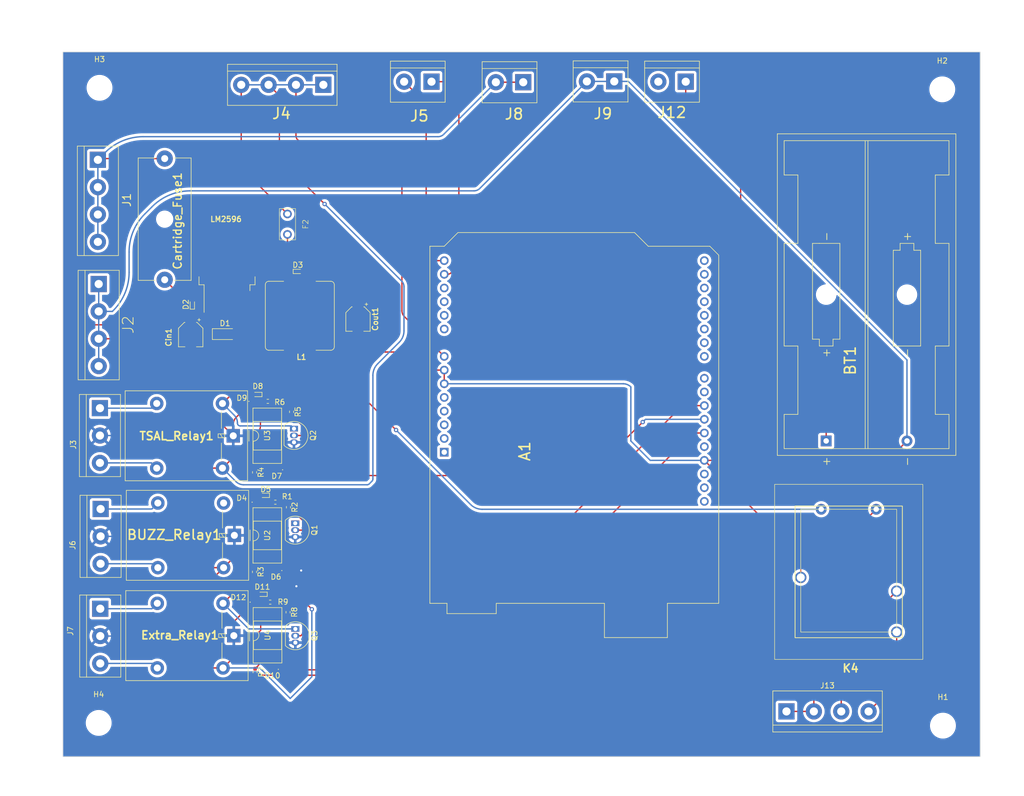
<source format=kicad_pcb>
(kicad_pcb (version 20221018) (generator pcbnew)
  (layers (0 "F.Cu" signal) (31 "B.Cu" signal) (34 "B.Paste" user) (35 "F.Paste" user) (36 "B.SilkS" user "B.Silkscreen") (37 "F.SilkS" user "F.Silkscreen") (38 "B.Mask" user) (39 "F.Mask" user) (44 "Edge.Cuts" user))
  (net 0 "")
  (net 6 "Net-(A1-VIN)")
  (net 11 "Net-(J5-Pin_1)")
  (net 12 "Net-(J5-Pin_2)")
  (net 23 "Net-(A1-D10)")
  (net 24 "Net-(A1-D11)")
  (net 25 "Net-(A1-D12)")
  (net 30 "Net-(D2-K)")
  (net 31 "Net-(D3-A)")
  (net 32 "Net-(D1-K)")
  (net 33 "Net-(D2-A)")
  (net 34 "Net-(D3-K)")
  (net 35 "Net-(D4-A)")
  (net 36 "Net-(D6-A)")
  (net 37 "Net-(D7-A)")
  (net 38 "Net-(D8-A)")
  (net 39 "Net-(D9-A)")
  (net 40 "Net-(D10-A)")
  (net 41 "Net-(D11-A)")
  (net 42 "Net-(D12-A)")
  (net 43 "Net-(J1-Pin_1)")
  (net 44 "Net-(J3-Pin_1)")
  (net 45 "GND")
  (net 46 "Net-(J3-Pin_3)")
  (net 47 "Net-(J6-Pin_1)")
  (net 48 "Net-(J6-Pin_3)")
  (net 49 "Net-(J7-Pin_1)")
  (net 50 "Net-(J7-Pin_3)")
  (net 51 "Net-(Q1-B)")
  (net 52 "Net-(Q2-B)")
  (net 53 "Net-(R2-Pad1)")
  (net 54 "Net-(R3-Pad1)")
  (net 55 "Net-(R4-Pad1)")
  (net 56 "Net-(R5-Pad1)")
  (net 57 "Net-(R7-Pad1)")
  (net 58 "Net-(R8-Pad1)")
  (net 59 "Net-(BT1--)")
  (net 60 "Net-(Q3-B)")
  (net 61 "Net-(BT1-+)")
  (net 62 "Net-(J13-Pin_1)")
  (net 63 "Net-(J13-Pin_3)")
  (net 64 "Net-(D5-A)")
  (net 65 "Net-(J13-Pin_4)")
  (footprint "Diode_SMD:D_SOD-923" (layer "F.Cu") (at 303.7389 303.8785 180)
    (fp_text reference "D11")
    (fp_text value "1N4007")
  )
  (footprint "LED_SMD:LED_0402_1005Metric" (layer "F.Cu") (at 302.2839 268.0576)
    (fp_text reference "D9")
    (fp_text value "LED")
  )
  (footprint "Package_DIP:DIP-4_W7.62mm_SMDSocket_SmallPads" (layer "F.Cu") (at 304.6091 274.4462 90)
    (fp_text reference "U3")
    (fp_text value "EL817")
  )
  (footprint "Fuse:Fuseholder_Cylinder-5x20mm_Schurter_0031_8201_Horizontal_Open" (layer "F.Cu") (at 285.5722 222.988 -90)
    (fp_text reference "Cartridge_Fuse1")
    (fp_text value "Fuse")
  )
  (footprint "MountingHole:MountingHole_4.3mm_M4" (layer "F.Cu") (at 273.4818 209.8548)
    (fp_text reference "H3")
    (fp_text value "MountingHole")
  )
  (footprint "Resistor_SMD:R_0402_1005Metric_Pad0.72x0.64mm_HandSolder" (layer "F.Cu") (at 306.1033 286.7782 180)
    (fp_text reference "R1")
    (fp_text value "R")
  )
  (footprint "Relay_THT:Relay_SPDT_Omron-G5LE-1" (layer "F.Cu") (at 298.3992 311.5564 -90)
    (fp_text reference "Extra_Relay1")
    (fp_text value "G5LE-1")
  )
  (footprint "Package_DIP:DIP-4_W7.62mm_SMDSocket_SmallPads" (layer "F.Cu") (at 304.6196 292.9504 90)
    (fp_text reference "U2")
    (fp_text value "EL817")
  )
  (footprint "Power_relay2:LM91CS12VDC" (layer "F.Cu") (at 402.536 287.496)
    (fp_text reference "K4")
    (fp_text value "Relay_SPDT")
  )
  (footprint "TerminalBlock:TerminalBlock_bornier-4_P5.08mm" (layer "F.Cu") (at 315.0108 209.296 180)
    (fp_text reference "J4")
    (fp_text value "5V")
  )
  (footprint "MountingHole:MountingHole_4.3mm_M4" (layer "F.Cu") (at 429.8442 210.1342)
    (fp_text reference "H2")
    (fp_text value "MountingHole")
  )
  (footprint "TerminalBlock:TerminalBlock_bornier-2_P5.08mm" (layer "F.Cu") (at 368.9858 208.661 180)
    (fp_text reference "J9")
    (fp_text value "GND")
  )
  (footprint "Package_TO_SOT_THT:TO-92_Inline" (layer "F.Cu") (at 309.8176 310.3112 -90)
    (fp_text reference "Q3")
    (fp_text value "BC547")
  )
  (footprint "Resistor_SMD:R_0402_1005Metric_Pad0.72x0.64mm_HandSolder" (layer "F.Cu") (at 305.1489 305.339 180)
    (fp_text reference "R9")
    (fp_text value "R")
  )
  (footprint "TerminalBlock:TerminalBlock_bornier-4_P5.08mm" (layer "F.Cu") (at 400.939 325.628)
    (fp_text reference "J13")
    (fp_text value "Screw_Terminal_01x04")
  )
  (footprint "TerminalBlock:TerminalBlock_bornier-3_P5.08mm" (layer "F.Cu") (at 273.6154 306.5582 -90)
    (fp_text reference "J7")
    (fp_text value "Screw_Terminal_01x03")
  )
  (footprint "Module:Arduino_UNO_R3" (layer "F.Cu") (at 337.439 277.495 90)
    (fp_text reference "A1")
    (fp_text value "Arduino_UNO_R3")
  )
  (footprint "LED_SMD:LED_0402_1005Metric" (layer "F.Cu") (at 302.5182 305.339)
    (fp_text reference "D12")
    (fp_text value "LED")
  )
  (footprint "Capacitor_SMD:CP_Elec_4x4.5" (layer "F.Cu") (at 290.3982 255.6744 -90)
    (fp_text reference "Cin1")
    (fp_text value "C_Polarized")
  )
  (footprint "Resistor_SMD:R_0402_1005Metric_Pad0.72x0.64mm_HandSolder" (layer "F.Cu") (at 302.3428 318.3063 -90)
    (fp_text reference "R7")
    (fp_text value "R")
  )
  (footprint "PTCLIB:PTC FUSE" (layer "F.Cu") (at 306.8512 238.0702 90)
    (fp_text reference "F2")
    (fp_text value "PTC")
  )
  (footprint "Battery:BatteryHolder_Keystone_2462_2xAA" (layer "F.Cu") (at 408.305 275.4122 90)
    (fp_text reference "BT1")
    (fp_text value "Battery")
  )
  (footprint "Package_DIP:DIP-4_W7.62mm_SMDSocket_SmallPads" (layer "F.Cu") (at 304.6542 311.4858 90)
    (fp_text reference "U4")
    (fp_text value "EL817")
  )
  (footprint "Inductor_SMD:L_Bourns_SRR1260" (layer "F.Cu") (at 310.642 252.1712 90)
    (fp_text reference "L1")
    (fp_text value "L")
  )
  (footprint "Resistor_SMD:R_0402_1005Metric_Pad0.72x0.64mm_HandSolder" (layer "F.Cu") (at 302.232 299.7201 -90)
    (fp_text reference "R3")
    (fp_text value "R")
  )
  (footprint "LED_SMD:LED_0402_1005Metric" (layer "F.Cu") (at 302.8908 286.7782)
    (fp_text reference "D4")
    (fp_text value "LED")
  )
  (footprint "Package_TO_SOT_SMD:TO-263-5_TabPin3" (layer "F.Cu") (at 297.1356 241.5942 90)
    (fp_text reference "LM2596")
    (fp_text value "LM2596S-5")
  )
  (footprint "Diode_SMD:D_SMF" (layer "F.Cu") (at 296.7714 255.5762)
    (fp_text reference "D1")
    (fp_text value "D_Schottky")
  )
  (footprint "Relay_THT:Relay_SPDT_Omron-G5LE-1" (layer "F.Cu") (at 298.5008 292.9382 -90)
    (fp_text reference "BUZZ_Relay1")
    (fp_text value "G5LE-1")
  )
  (footprint "LED_SMD:LED_0402_1005Metric" (layer "F.Cu") (at 306.2158 299.4782 180)
    (fp_text reference "D6")
    (fp_text value "LED")
  )
  (footprint "TerminalBlock:TerminalBlock_bornier-3_P5.08mm" (layer "F.Cu") (at 273.5589 269.3276 -90)
    (fp_text reference "J3")
    (fp_text value "Screw_Terminal_01x03")
  )
  (footprint "Resistor_SMD:R_0402_1005Metric_Pad0.72x0.64mm_HandSolder" (layer "F.Cu") (at 302.2469 281.2413 -90)
    (fp_text reference "R4")
    (fp_text value "R")
  )
  (footprint "TerminalBlock:TerminalBlock_bornier-2_P5.08mm" (layer "F.Cu") (at 335.0768 208.7118 180)
    (fp_text reference "J5")
    (fp_text value "Brake and NDR")
  )
  (footprint "TerminalBlock:TerminalBlock_bornier-4_P5.08mm" (layer "F.Cu") (at 273.3294 246.2784 -90)
    (fp_text reference "J2")
    (fp_text value "GND")
  )
  (footprint "Resistor_SMD:R_0402_1005Metric_Pad0.72x0.64mm_HandSolder" (layer "F.Cu") (at 308.4642 307.2053 -90)
    (fp_text reference "R8")
    (fp_text value "R")
  )
  (footprint "Diode_SMD:D_SOD-923" (layer "F.Cu") (at 302.7689 266.7876 180)
    (fp_text reference "D8")
    (fp_text value "1N4007")
  )
  (footprint "Package_TO_SOT_THT:TO-92_Inline" (layer "F.Cu") (at 309.5621 273.1254 -90)
    (fp_text reference "Q2")
    (fp_text value "BC547")
  )
  (footprint "TerminalBlock:TerminalBlock_bornier-4_P5.08mm" (layer "F.Cu") (at 273.177 223.2152 -90)
    (fp_text reference "J1")
    (fp_text value "12V")
  )
  (footprint "Resistor_SMD:R_0402_1005Metric_Pad0.72x0.64mm_HandSolder" (layer "F.Cu") (at 309.1189 270.0001 -90)
    (fp_text reference "R5")
    (fp_text value "R")
  )
  (footprint "TerminalBlock:TerminalBlock_bornier-3_P5.08mm" (layer "F.Cu") (at 273.6808 288.0482 -90)
    (fp_text reference "J6")
    (fp_text value "Screw_Terminal_01x03")
  )
  (footprint "Diode_SMD:D_SOD-923" (layer "F.Cu") (at 290.703 250.078 90)
    (fp_text reference "D2")
    (fp_text value "1N4007")
  )
  (footprint "TerminalBlock:TerminalBlock_bornier-2_P5.08mm" (layer "F.Cu") (at 352.0948 208.8134 180)
    (fp_text reference "J8")
    (fp_text value "12 V add")
  )
  (footprint "LED_SMD:LED_0402_1005Metric" (layer "F.Cu") (at 306.3641 280.7708 180)
    (fp_text reference "D7")
    (fp_text value "LED")
  )
  (footprint "Resistor_SMD:R_0402_1005Metric_Pad0.72x0.64mm_HandSolder" (layer "F.Cu") (at 308.5338 287.7191 -90)
    (fp_text reference "R2")
    (fp_text value "R")
  )
  (footprint "MountingHole:MountingHole_4.3mm_M4" (layer "F.Cu") (at 429.9712 328.2696)
    (fp_text reference "H1")
    (fp_text value "MountingHole")
  )
  (footprint "Diode_SMD:D_SOD-923" (layer "F.Cu") (at 304.1608 285.5082 180)
    (fp_text reference "D5")
    (fp_text value "1N4007")
  )
  (footprint "LED_SMD:LED_0402_1005Metric" (layer "F.Cu") (at 305.5686 317.8104 180)
    (fp_text reference "D10")
    (fp_text value "LED")
  )
  (footprint "Package_TO_SOT_THT:TO-92_Inline" (layer "F.Cu") (at 309.7944 290.7037 -90)
    (fp_text reference "Q1")
    (fp_text value "BC547" hide)
  )
  (footprint "Resistor_SMD:R_0402_1005Metric_Pad0.72x0.64mm_HandSolder" (layer "F.Cu") (at 304.7114 268.0576 180)
    (fp_text reference "R6")
    (fp_text value "R")
  )
  (footprint "Relay_THT:Relay_SPDT_Omron-G5LE-1" (layer "F.Cu") (at 298.2939 274.4551 -90)
    (fp_text reference "TSAL_Relay1")
    (fp_text value "G5LE-1")
  )
  (footprint "Diode_SMD:D_SOD-923" (layer "F.Cu") (at 310.2728 243.943)
    (fp_text reference "D3")
    (fp_text value "1N4007")
  )
  (footprint "Capacitor_SMD:CP_Elec_4x4.5" (layer "F.Cu") (at 321.437 252.7856 -90)
    (fp_text reference "Cout1")
    (fp_text value "C_Polarized")
  )
  (footprint "MountingHole:MountingHole_4.3mm_M4" (layer "F.Cu") (at 273.3294 327.7616)
    (fp_text reference "H4")
    (fp_text value "MountingHole")
  )
  (footprint "TerminalBlock:TerminalBlock_bornier-2_P5.08mm" (layer "F.Cu") (at 382.2446 208.7118 180)
    (fp_text reference "J12")
    (fp_text value "+1.6V")
  )
  (gr_rect (start 266.7 203.2) (end 436.88 334.01) (stroke (width 0.1)) (fill none) (layer "Edge.Cuts"))
  (segment (start 305.7464 305.339) (end 311.562 305.339) (width 0.25) (layer "F.Cu") (net 6))
  (segment (start 315.2394 231.4194) (end 307.29674 223.47674) (width 0.25) (layer "F.Cu") (net 6))
  (segment (start 306.7008 286.2228) (end 306.7008 286.7782) (width 0.25) (layer "F.Cu") (net 6))
  (segment (start 328.73434 226.47394) (end 329.15106 226.89066) (width 0.25) (layer "F.Cu") (net 6))
  (segment (start 303.3496 292.0894) (end 303.3496 289.1404) (width 0.25) (layer "F.Cu") (net 6))
  (segment (start 303.3496 289.1404) (end 304.9486 287.5414) (width 0.25) (layer "F.Cu") (net 6))
  (segment (start 305.7464 305.339) (end 303.4096 307.6758) (width 0.25) (layer "F.Cu") (net 6))
  (segment (start 296.3992 317.5564) (end 291.9024 317.5564) (width 0.25) (layer "F.Cu") (net 6))
  (segment (start 303.4096 307.6758) (end 303.3842 307.6758) (width 0.25) (layer "F.Cu") (net 6))
  (segment (start 305.721 305.339) (end 305.7464 305.339) (width 0.25) (layer "F.Cu") (net 6))
  (segment (start 291.875413 298.352413) (end 287.631186 294.108186) (width 0.25) (layer "F.Cu") (net 6))
  (segment (start 304.9486 287.5414) (end 306.7748 287.5414) (width 0.25) (layer "F.Cu") (net 6))
  (segment (start 296.5008 298.9382) (end 293.289627 298.9382) (width 0.25) (layer "F.Cu") (net 6))
  (segment (start 287.631187 286.813817) (end 293.404118 281.040886) (width 0.25) (layer "F.Cu") (net 6))
  (segment (start 291.9024 317.5564) (end 287.732786 313.386786) (width 0.25) (layer "F.Cu") (net 6))
  (segment (start 299.7708 224.06848) (end 299.7708 209.296) (width 0.25) (layer "F.Cu") (net 6))
  (segment (start 303.3391 270.0274) (end 305.3089 268.0576) (width 0.25) (layer "F.Cu") (net 6))
  (segment (start 303.1889 266.7876) (end 303.210473 266.7876) (width 0.25) (layer "F.Cu") (net 6))
  (segment (start 309.9308 209.296) (end 309.9308 218.762386) (width 0.25) (layer "F.Cu") (net 6))
  (segment (start 294.818331 280.4551) (end 296.2939 280.4551) (width 0.25) (layer "F.Cu") (net 6))
  (segment (start 306.8574 211.716814) (end 306.8574 222.41608) (width 0.25) (layer "F.Cu") (net 6))
  (segment (start 317.203014 226.0346) (end 327.67368 226.0346) (width 0.25) (layer "F.Cu") (net 6))
  (segment (start 306.7748 286.8522) (end 306.7008 286.7782) (width 0.25) (layer "F.Cu") (net 6))
  (segment (start 304.1589 303.8785) (end 304.2859 303.8785) (width 0.25) (layer "F.Cu") (net 6))
  (segment (start 308.0512 232.9702) (end 300.21014 225.12914) (width 0.25) (layer "F.Cu") (net 6))
  (segment (start 305.9862 285.5082) (end 306.7008 286.2228) (width 0.25) (layer "F.Cu") (net 6))
  (segment (start 304.2859 303.8785) (end 305.7464 305.339) (width 0.25) (layer "F.Cu") (net 6))
  (segment (start 330.02974 252.30574) (end 337.439 259.715) (width 0.25) (layer "F.Cu") (net 6))
  (segment (start 310.223693 219.469493) (end 316.495907 225.741707) (width 0.25) (layer "F.Cu") (net 6))
  (segment (start 303.3842 310.5714) (end 303.3842 307.6758) (width 0.25) (layer "F.Cu") (net 6))
  (segment (start 287.732787 307.706213) (end 296.5008 298.9382) (width 0.25) (layer "F.Cu") (net 6))
  (segment (start 287.147 311.972573) (end 287.147 309.120427) (width 0.25) (layer "F.Cu") (net 6))
  (segment (start 306.7748 287.5414) (end 306.7748 286.8522) (width 0.25) (layer "F.Cu") (net 6))
  (segment (start 303.3391 270.6362) (end 303.3391 272.581473) (width 0.25) (layer "F.Cu") (net 6))
  (segment (start 304.8508 209.296) (end 306.564507 211.009707) (width 0.25) (layer "F.Cu") (net 6))
  (segment (start 329.5904 227.95132) (end 329.5904 251.24508) (width 0.25) (layer "F.Cu") (net 6))
  (segment (start 296.3992 317.5564) (end 303.3842 310.5714) (width 0.25) (layer "F.Cu") (net 6))
  (segment (start 303.3391 270.6362) (end 303.3391 270.0274) (width 0.25) (layer "F.Cu") (net 6))
  (segment (start 296.5008 298.9382) (end 303.3496 292.0894) (width 0.25) (layer "F.Cu") (net 6))
  (segment (start 304.5808 285.5082) (end 305.9862 285.5082) (width 0.25) (layer "F.Cu") (net 6))
  (segment (start 311.562 305.339) (end 312.8772 306.6542) (width 0.25) (layer "F.Cu") (net 6))
  (segment (start 304.624687 267.373387) (end 305.3089 268.0576) (width 0.25) (layer "F.Cu") (net 6))
  (segment (start 287.0454 292.693973) (end 287.0454 288.228031) (width 0.25) (layer "F.Cu") (net 6))
  (segment (start 302.753313 273.995687) (end 296.2939 280.4551) (width 0.25) (layer "F.Cu") (net 6))
  (via (at 315.2394 231.4194) (size 0.8) (drill 0.4) (layers "F.Cu" "B.Cu") (net 6))
  (via (at 312.8772 306.6542) (size 0.8) (drill 0.4) (layers "F.Cu" "B.Cu") (net 6))
  (arc (start 329.15106 226.89066) (mid 329.476219 227.377295) (end 329.5904 227.95132) (width 0.25) (layer "F.Cu") (net 6))
  (arc (start 330.02974 252.30574) (mid 329.704581 251.819105) (end 329.5904 251.24508) (width 0.25) (layer "F.Cu") (net 6))
  (arc (start 306.8574 222.41608) (mid 306.971581 222.990105) (end 307.29674 223.47674) (width 0.25) (layer "F.Cu") (net 6))
  (arc (start 309.9308 218.762386) (mid 310.00692 219.145069) (end 310.223693 219.469493) (width 0.25) (layer "F.Cu") (net 6))
  (arc (start 317.203014 226.0346) (mid 316.820331 225.95848) (end 316.495907 225.741707) (width 0.25) (layer "F.Cu") (net 6))
  (arc (start 304.624687 267.373387) (mid 303.97584 266.939841) (end 303.210473 266.7876) (width 0.25) (layer "F.Cu") (net 6))
  (arc (start 303.3391 272.581473) (mid 303.186859 273.34684) (end 302.753313 273.995687) (width 0.25) (layer "F.Cu") (net 6))
  (arc (start 287.0454 288.228031) (mid 287.197641 287.462664) (end 287.631187 286.813817) (width 0.25) (layer "F.Cu") (net 6))
  (arc (start 294.818331 280.4551) (mid 294.052964 280.607341) (end 293.404118 281.040886) (width 0.25) (layer "F.Cu") (net 6))
  (arc (start 287.0454 292.693973) (mid 287.197641 293.45934) (end 287.631186 294.108186) (width 0.25) (layer "F.Cu") (net 6))
  (arc (start 327.67368 226.0346) (mid 328.247705 226.148781) (end 328.73434 226.47394) (width 0.25) (layer "F.Cu") (net 6))
  (arc (start 287.732787 307.706213) (mid 287.299241 308.35506) (end 287.147 309.120427) (width 0.25) (layer "F.Cu") (net 6))
  (arc (start 299.7708 224.06848) (mid 299.884981 224.642505) (end 300.21014 225.12914) (width 0.25) (layer "F.Cu") (net 6))
  (arc (start 287.147 311.972573) (mid 287.299241 312.73794) (end 287.732786 313.386786) (width 0.25) (layer "F.Cu") (net 6))
  (arc (start 291.875413 298.352413) (mid 292.52426 298.785959) (end 293.289627 298.9382) (width 0.25) (layer "F.Cu") (net 6))
  (arc (start 306.564507 211.009707) (mid 306.78128 211.33413) (end 306.8574 211.716814) (width 0.25) (layer "F.Cu") (net 6))
  (segment (start 308.864 323.215) (end 303.2054 317.5564) (width 0.25) (layer "B.Cu") (net 6))
  (segment (start 329.53206 245.71206) (end 315.2394 231.4194) (width 0.25) (layer "B.Cu") (net 6))
  (segment (start 325.08428 261.09692) (end 329.092721 257.088479) (width 0.25) (layer "B.Cu") (net 6))
  (segment (start 315.0108 209.296) (end 299.7708 209.296) (width 0.25) (layer "B.Cu") (net 6))
  (segment (start 324.2056 282.494893) (end 324.2056 263.218241) (width 0.25) (layer "B.Cu") (net 6))
  (segment (start 312.8772 306.6542) (end 312.8772 319.2018) (width 0.25) (layer "B.Cu") (net 6))
  (segment (start 303.2054 317.5564) (end 296.3992 317.5564) (width 0.25) (layer "B.Cu") (net 6))
  (segment (start 296.2939 280.4551) (end 298.798614 282.959814) (width 0.25) (layer "B.Cu") (net 6))
  (segment (start 323.508447 283.399153) (end 324.059154 282.848446) (width 0.25) (layer "B.Cu") (net 6))
  (segment (start 300.212827 283.5456) (end 323.154893 283.5456) (width 0.25) (layer "B.Cu") (net 6))
  (segment (start 329.9714 254.967159) (end 329.9714 246.77272) (width 0.25) (layer "B.Cu") (net 6))
  (segment (start 312.8772 319.2018) (end 308.864 323.215) (width 0.25) (layer "B.Cu") (net 6))
  (arc (start 323.508447 283.399153) (mid 323.346235 283.50754) (end 323.154893 283.5456) (width 0.25) (layer "B.Cu") (net 6))
  (arc (start 324.059154 282.848446) (mid 324.16754 282.686234) (end 324.2056 282.494893) (width 0.25) (layer "B.Cu") (net 6))
  (arc (start 329.9714 254.967159) (mid 329.743039 256.115209) (end 329.092721 257.088479) (width 0.25) (layer "B.Cu") (net 6))
  (arc (start 329.9714 246.77272) (mid 329.857219 246.198695) (end 329.53206 245.71206) (width 0.25) (layer "B.Cu") (net 6))
  (arc (start 298.798614 282.959814) (mid 299.44746 283.393359) (end 300.212827 283.5456) (width 0.25) (layer "B.Cu") (net 6))
  (arc (start 325.08428 261.09692) (mid 324.433961 262.07019) (end 324.2056 263.218241) (width 0.25) (layer "B.Cu") (net 6))
  (segment (start 335.0768 208.7118) (end 338.878986 208.7118) (width 0.25) (layer "F.Cu") (net 11))
  (segment (start 339.863907 243.040693) (end 338.722493 244.182107) (width 0.25) (layer "F.Cu") (net 11))
  (segment (start 339.586093 209.004693) (end 339.863907 209.282507) (width 0.25) (layer "F.Cu") (net 11))
  (segment (start 340.1568 209.989614) (end 340.1568 242.333586) (width 0.25) (layer "F.Cu") (net 11))
  (segment (start 338.015386 244.475) (end 337.439 244.475) (width 0.25) (layer "F.Cu") (net 11))
  (arc (start 338.878986 208.7118) (mid 339.261669 208.78792) (end 339.586093 209.004693) (width 0.25) (layer "F.Cu") (net 11))
  (arc (start 338.722493 244.182107) (mid 338.39807 244.39888) (end 338.015386 244.475) (width 0.25) (layer "F.Cu") (net 11))
  (arc (start 339.863907 209.282507) (mid 340.08068 209.60693) (end 340.1568 209.989614) (width 0.25) (layer "F.Cu") (net 11))
  (arc (start 340.1568 242.333586) (mid 340.08068 242.716269) (end 339.863907 243.040693) (width 0.25) (layer "F.Cu") (net 11))
  (segment (start 333.793307 212.508307) (end 329.9968 208.7118) (width 0.25) (layer "F.Cu") (net 12))
  (segment (start 337.439 241.935) (end 334.775907 241.935) (width 0.25) (layer "F.Cu") (net 12))
  (segment (start 334.0862 241.038186) (end 334.0862 213.215414) (width 0.25) (layer "F.Cu") (net 12))
  (segment (start 334.422353 241.788553) (end 334.379093 241.745293) (width 0.25) (layer "F.Cu") (net 12))
  (arc (start 334.422353 241.788553) (mid 334.584565 241.89694) (end 334.775907 241.935) (width 0.25) (layer "F.Cu") (net 12))
  (arc (start 334.0862 241.038186) (mid 334.16232 241.420869) (end 334.379093 241.745293) (width 0.25) (layer "F.Cu") (net 12))
  (arc (start 334.0862 213.215414) (mid 334.01008 212.832731) (end 333.793307 212.508307) (width 0.25) (layer "F.Cu") (net 12))
  (segment (start 302.232 300.3176) (end 302.4276 300.5132) (width 0.25) (layer "F.Cu") (net 23))
  (segment (start 302.4276 300.5132) (end 348.712759 300.5132) (width 0.25) (layer "F.Cu") (net 23))
  (segment (start 350.83408 299.63452) (end 380.734921 269.733679) (width 0.25) (layer "F.Cu") (net 23))
  (segment (start 382.856241 268.855) (end 385.699 268.855) (width 0.25) (layer "F.Cu") (net 23))
  (arc (start 348.712759 300.5132) (mid 349.86081 300.284838) (end 350.83408 299.63452) (width 0.25) (layer "F.Cu") (net 23))
  (arc (start 380.734921 269.733679) (mid 381.708191 269.083361) (end 382.856241 268.855) (width 0.25) (layer "F.Cu") (net 23))
  (segment (start 302.2254 281.8388) (end 302.1961 281.8681) (width 0.25) (layer "F.Cu") (net 24))
  (segment (start 321.228371 281.8388) (end 321.056 281.8388) (width 0.25) (layer "F.Cu") (net 24))
  (segment (start 364.2102 281.8388) (end 374.269 271.907) (width 0.25) (layer "F.Cu") (net 24))
  (segment (start 321.056 281.8388) (end 364.2102 281.8388) (width 0.25) (layer "F.Cu") (net 24))
  (segment (start 321.056 281.8388) (end 302.2469 281.8388) (width 0.25) (layer "F.Cu") (net 24))
  (segment (start 302.2469 281.8388) (end 302.0556 282.0301) (width 0.25) (layer "F.Cu") (net 24))
  (segment (start 374.269 271.907) (end 374.015 272.034) (width 0.25) (layer "F.Cu") (net 24))
  (via (at 374.269 271.907) (size 0.8) (drill 0.4) (layers "F.Cu" "B.Cu") (net 24))
  (segment (start 374.781 271.395) (end 385.699 271.395) (width 0.25) (layer "B.Cu") (net 24))
  (segment (start 374.269 271.907) (end 374.781 271.395) (width 0.25) (layer "B.Cu") (net 24))
  (segment (start 338.626 318.9038) (end 383.5948 273.935) (width 0.25) (layer "F.Cu") (net 25))
  (segment (start 383.5948 273.935) (end 385.699 273.935) (width 0.25) (layer "F.Cu") (net 25))
  (segment (start 302.3428 318.9038) (end 338.626 318.9038) (width 0.25) (layer "F.Cu") (net 25))
  (segment (start 293.7356 250.537) (end 290.3982 253.8744) (width 0.25) (layer "F.Cu") (net 30))
  (segment (start 290.3714 253.8476) (end 271.8336 253.8476) (width 0.25) (layer "F.Cu") (net 30))
  (segment (start 290.3982 253.8744) (end 290.3714 253.8476) (width 0.25) (layer "F.Cu") (net 30))
  (segment (start 293.7356 249.2442) (end 293.7356 250.537) (width 0.25) (layer "F.Cu") (net 30))
  (segment (start 269.748 265.0744) (end 289.206359 265.0744) (width 0.25) (layer "F.Cu") (net 30))
  (segment (start 294.384041 262.382) (end 316.257359 262.382) (width 0.25) (layer "F.Cu") (net 30))
  (segment (start 269.71228 265.03868) (end 269.748 265.0744) (width 0.25) (layer "F.Cu") (net 30))
  (segment (start 268.8336 256.8476) (end 268.8336 262.917359) (width 0.25) (layer "F.Cu") (net 30))
  (segment (start 291.32768 264.19572) (end 292.262721 263.260679) (width 0.25) (layer "F.Cu") (net 30))
  (segment (start 292.92114 250.05866) (end 293.7356 249.2442) (width 0.25) (layer "F.Cu") (net 30))
  (segment (start 290.703 250.498) (end 291.86048 250.498) (width 0.25) (layer "F.Cu") (net 30))
  (segment (start 318.37868 263.26068) (end 328.4982 273.3802) (width 0.25) (layer "F.Cu") (net 30))
  (via (at 328.4982 273.3802) (size 0.8) (drill 0.4) (layers "F.Cu" "B.Cu") (net 30))
  (arc (start 291.32768 264.19572) (mid 290.35441 264.846039) (end 289.206359 265.0744) (width 0.25) (layer "F.Cu") (net 30))
  (arc (start 268.8336 256.8476) (mid 269.71228 254.72628) (end 271.8336 253.8476) (width 0.25) (layer "F.Cu") (net 30))
  (arc (start 292.92114 250.05866) (mid 292.434505 250.383819) (end 291.86048 250.498) (width 0.25) (layer "F.Cu") (net 30))
  (arc (start 292.262721 263.260679) (mid 293.235991 262.610361) (end 294.384041 262.382) (width 0.25) (layer "F.Cu") (net 30))
  (arc (start 269.71228 265.03868) (mid 269.061961 264.06541) (end 268.8336 262.917359) (width 0.25) (layer "F.Cu") (net 30))
  (arc (start 318.37868 263.26068) (mid 317.40541 262.610361) (end 316.257359 262.382) (width 0.25) (layer "F.Cu") (net 30))
  (segment (start 344.456641 288.096) (end 407.386 288.096) (width 0.25) (layer "B.Cu") (net 30))
  (segment (start 328.4982 273.3802) (end 342.335321 287.217321) (width 0.25) (layer "B.Cu") (net 30))
  (arc (start 342.335321 287.217321) (mid 343.308591 287.867639) (end 344.456641 288.096) (width 0.25) (layer "B.Cu") (net 30))
  (segment (start 316.944173 247.3212) (end 310.642 247.3212) (width 0.25) (layer "F.Cu") (net 31))
  (segment (start 310.642 243.9938) (end 310.642 247.3212) (width 0.25) (layer "F.Cu") (net 31))
  (segment (start 304.10666 246.88186) (end 303.33434 246.10954) (width 0.25) (layer "F.Cu") (net 31))
  (segment (start 298.8356 247.596) (end 300.32206 246.10954) (width 0.25) (layer "F.Cu") (net 31))
  (segment (start 321.437 250.9856) (end 318.358386 247.906986) (width 0.25) (layer "F.Cu") (net 31))
  (segment (start 310.6928 243.943) (end 310.642 243.9938) (width 0.25) (layer "F.Cu") (net 31))
  (segment (start 298.8356 249.2442) (end 298.8356 247.596) (width 0.25) (layer "F.Cu") (net 31))
  (segment (start 302.27368 245.6702) (end 301.38272 245.6702) (width 0.25) (layer "F.Cu") (net 31))
  (segment (start 298.8356 247.4436) (end 298.8356 249.2442) (width 0.25) (layer "F.Cu") (net 31))
  (segment (start 310.642 247.3212) (end 305.16732 247.3212) (width 0.25) (layer "F.Cu") (net 31))
  (arc (start 316.944173 247.3212) (mid 317.70954 247.473441) (end 318.358386 247.906986) (width 0.25) (layer "F.Cu") (net 31))
  (arc (start 302.27368 245.6702) (mid 302.847705 245.784381) (end 303.33434 246.10954) (width 0.25) (layer "F.Cu") (net 31))
  (arc (start 305.16732 247.3212) (mid 304.593295 247.207019) (end 304.10666 246.88186) (width 0.25) (layer "F.Cu") (net 31))
  (arc (start 301.38272 245.6702) (mid 300.808695 245.784381) (end 300.32206 246.10954) (width 0.25) (layer "F.Cu") (net 31))
  (segment (start 295.3214 249.3584) (end 295.4356 249.2442) (width 0.25) (layer "F.Cu") (net 32))
  (segment (start 307.968027 257.0212) (end 310.642 257.0212) (width 0.25) (layer "F.Cu") (net 32))
  (segment (start 300.391627 259.818) (end 303.514373 259.818) (width 0.25) (layer "F.Cu") (net 32))
  (segment (start 295.3214 255.5762) (end 295.3214 249.3584) (width 0.25) (layer "F.Cu") (net 32))
  (segment (start 304.928587 259.232213) (end 306.553814 257.606986) (width 0.25) (layer "F.Cu") (net 32))
  (segment (start 295.3214 255.5762) (end 298.977414 259.232214) (width 0.25) (layer "F.Cu") (net 32))
  (arc (start 303.514373 259.818) (mid 304.27974 259.665759) (end 304.928587 259.232213) (width 0.25) (layer "F.Cu") (net 32))
  (arc (start 307.968027 257.0212) (mid 307.20266 257.173441) (end 306.553814 257.606986) (width 0.25) (layer "F.Cu") (net 32))
  (arc (start 300.391627 259.818) (mid 299.62626 259.665759) (end 298.977414 259.232214) (width 0.25) (layer "F.Cu") (net 32))
  (segment (start 289.30286 249.21866) (end 285.5722 245.488) (width 0.25) (layer "F.Cu") (net 33))
  (segment (start 290.703 249.658) (end 290.36352 249.658) (width 0.25) (layer "F.Cu") (net 33))
  (arc (start 289.30286 249.21866) (mid 289.789495 249.543819) (end 290.36352 249.658) (width 0.25) (layer "F.Cu") (net 33))
  (segment (start 308.3512 241.82008) (end 308.3512 237.0702) (width 0.25) (layer "F.Cu") (net 34))
  (segment (start 309.8528 243.943) (end 308.79054 242.88074) (width 0.25) (layer "F.Cu") (net 34))
  (arc (start 308.79054 242.88074) (mid 308.465381 242.394105) (end 308.3512 241.82008) (width 0.25) (layer "F.Cu") (net 34))
  (segment (start 303.3758 286.7782) (end 305.5058 286.7782) (width 0.25) (layer "F.Cu") (net 35))
  (segment (start 305.8896 299.3194) (end 305.7308 299.4782) (width 0.25) (layer "F.Cu") (net 36))
  (segment (start 305.8896 296.7604) (end 305.8896 299.3194) (width 0.25) (layer "F.Cu") (net 36))
  (segment (start 305.8791 280.7708) (end 305.8791 278.2562) (width 0.25) (layer "F.Cu") (net 37))
  (segment (start 302.3489 266.7876) (end 298.789827 266.7876) (width 0.25) (layer "F.Cu") (net 38))
  (segment (start 297.375613 267.373387) (end 296.2939 268.4551) (width 0.25) (layer "F.Cu") (net 38))
  (arc (start 297.375613 267.373387) (mid 298.02446 266.939841) (end 298.789827 266.7876) (width 0.25) (layer "F.Cu") (net 38))
  (segment (start 298.486113 270.647313) (end 296.2939 268.4551) (width 0.25) (layer "B.Cu") (net 38))
  (segment (start 309.0549 272.6182) (end 299.5719 272.6182) (width 0.25) (layer "B.Cu") (net 38))
  (segment (start 309.5621 273.1254) (end 309.0549 272.6182) (width 0.25) (layer "B.Cu") (net 38))
  (segment (start 299.0719 272.1182) (end 299.0719 272.061527) (width 0.25) (layer "B.Cu") (net 38))
  (arc (start 298.486113 270.647313) (mid 298.919659 271.29616) (end 299.0719 272.061527) (width 0.25) (layer "B.Cu") (net 38))
  (arc (start 299.0719 272.1182) (mid 299.218347 272.471753) (end 299.5719 272.6182) (width 0.25) (layer "B.Cu") (net 38))
  (segment (start 304.1139 268.0576) (end 302.7689 268.0576) (width 0.25) (layer "F.Cu") (net 39))
  (segment (start 305.669387 315.550613) (end 305.9242 315.2958) (width 0.25) (layer "F.Cu") (net 40))
  (segment (start 305.0836 317.8104) (end 305.0836 316.964827) (width 0.25) (layer "F.Cu") (net 40))
  (arc (start 305.0836 316.964827) (mid 305.235841 316.19946) (end 305.669387 315.550613) (width 0.25) (layer "F.Cu") (net 40))
  (segment (start 298.0771 303.8785) (end 296.3992 305.5564) (width 0.25) (layer "F.Cu") (net 41))
  (segment (start 303.3189 303.8785) (end 298.0771 303.8785) (width 0.25) (layer "F.Cu") (net 41))
  (segment (start 301.154 310.3112) (end 296.3992 305.5564) (width 0.25) (layer "B.Cu") (net 41))
  (segment (start 309.8176 310.3112) (end 301.154 310.3112) (width 0.25) (layer "B.Cu") (net 41))
  (segment (start 303.0032 305.339) (end 304.5514 305.339) (width 0.25) (layer "F.Cu") (net 42))
  (segment (start 285.5722 222.988) (end 273.4042 222.988) (width 0.25) (layer "F.Cu") (net 43))
  (segment (start 347.0148 208.8134) (end 352.0948 208.8134) (width 0.25) (layer "F.Cu") (net 43))
  (segment (start 273.4042 222.988) (end 273.177 223.2152) (width 0.25) (layer "F.Cu") (net 43))
  (segment (start 347.0148 208.8134) (end 337.34494 218.48326) (width 0.25) (layer "B.Cu") (net 43))
  (segment (start 274.540668 221.851532) (end 273.177 223.2152) (width 0.25) (layer "B.Cu") (net 43))
  (segment (start 336.28428 218.9226) (end 281.611736 218.9226) (width 0.25) (layer "B.Cu") (net 43))
  (segment (start 273.177 223.2152) (end 273.177 238.4552) (width 0.25) (layer "B.Cu") (net 43))
  (arc (start 281.611736 218.9226) (mid 277.784902 219.683805) (end 274.540668 221.851532) (width 0.25) (layer "B.Cu") (net 43))
  (arc (start 337.34494 218.48326) (mid 336.858305 218.808419) (end 336.28428 218.9226) (width 0.25) (layer "B.Cu") (net 43))
  (segment (start 273.5589 269.3276) (end 283.2214 269.3276) (width 0.25) (layer "B.Cu") (net 44))
  (segment (start 283.2214 269.3276) (end 284.0939 268.4551) (width 0.25) (layer "B.Cu") (net 44))
  (segment (start 306.0536 317.8104) (end 306.1496 317.9064) (width 0.25) (layer "F.Cu") (net 45))
  (segment (start 306.0536 317.8104) (end 309.671154 314.192846) (width 0.25) (layer "F.Cu") (net 45))
  (segment (start 315.136213 306.678013) (end 311.405586 302.947386) (width 0.25) (layer "F.Cu") (net 45))
  (segment (start 306.0536 317.828616) (end 306.0606 317.835616) (width 0.25) (layer "F.Cu") (net 45))
  (segment (start 309.5621 275.6654) (end 309.5621 277.229373) (width 0.25) (layer "F.Cu") (net 45))
  (segment (start 309.991373 302.3616) (end 310.007 302.387) (width 0.25) (layer "F.Cu") (net 45))
  (segment (start 306.8491 280.7708) (end 306.8491 280.789016) (width 0.25) (layer "F.Cu") (net 45))
  (segment (start 312.282387 298.892413) (end 315.568014 295.606786) (width 0.25) (layer "F.Cu") (net 45))
  (segment (start 309.8176 313.839293) (end 309.8176 312.8512) (width 0.25) (layer "F.Cu") (net 45))
  (segment (start 291.5412 311.4294) (end 291.8714 311.7596) (width 0.25) (layer "F.Cu") (net 45))
  (segment (start 315.568013 284.859413) (end 315.258846 284.550246) (width 0.25) (layer "F.Cu") (net 45))
  (segment (start 292.877627 292.9382) (end 298.5008 292.9382) (width 0.25) (layer "F.Cu") (net 45))
  (segment (start 307.161884 281.1018) (end 312.1087 281.1018) (width 0.25) (layer "F.Cu") (net 45))
  (segment (start 306.0536 317.8104) (end 306.0536 317.828616) (width 0.25) (layer "F.Cu") (net 45))
  (segment (start 314.905293 284.4038) (end 295.214427 284.4038) (width 0.25) (layer "F.Cu") (net 45))
  (segment (start 291.052647 291.941647) (end 291.463414 292.352414) (width 0.25) (layer "F.Cu") (net 45))
  (segment (start 313.522913 269.213013) (end 309.411286 265.101386) (width 0.25) (layer "F.Cu") (net 45))
  (segment (start 309.7944 293.2437) (end 309.7944 295.556173) (width 0.25) (layer "F.Cu") (net 45))
  (segment (start 292.0746 311.5564) (end 298.3992 311.5564) (width 0.25) (layer "F.Cu") (net 45))
  (segment (start 293.5855 266.5156) (end 293.5855 268.918273) (width 0.25) (layer "F.Cu") (net 45))
  (segment (start 301.7989 268.0576) (end 298.879686 270.976814) (width 0.25) (layer "F.Cu") (net 45))
  (segment (start 298.3992 308.973) (end 298.3992 311.5564) (width 0.25) (layer "F.Cu") (net 45))
  (segment (start 315.004847 317.759953) (end 315.575554 317.189246) (width 0.25) (layer "F.Cu") (net 45))
  (segment (start 306.7008 299.496416) (end 306.7008 299.4782) (width 0.25) (layer "F.Cu") (net 45))
  (segment (start 298.5008 290.6832) (end 298.5008 292.9382) (width 0.25) (layer "F.Cu") (net 45))
  (segment (start 316.1538 294.192573) (end 316.1538 286.273627) (width 0.25) (layer "F.Cu") (net 45))
  (segment (start 306.1496 317.9064) (end 314.651293 317.9064) (width 0.25) (layer "F.Cu") (net 45))
  (segment (start 293.800213 284.989587) (end 291.491986 287.297814) (width 0.25) (layer "F.Cu") (net 45))
  (segment (start 296.264013 302.947387) (end 292.126986 307.084414) (width 0.25) (layer "F.Cu") (net 45))
  (segment (start 298.2939 272.391027) (end 298.2939 274.4551) (width 0.25) (layer "F.Cu") (net 45))
  (segment (start 291.5412 308.498627) (end 291.5412 311.4294) (width 0.25) (layer "F.Cu") (net 45))
  (segment (start 308.976313 278.643587) (end 306.8491 280.7708) (width 0.25) (layer "F.Cu") (net 45))
  (segment (start 315.722 316.835693) (end 315.722 308.092227) (width 0.25) (layer "F.Cu") (net 45))
  (segment (start 306.7008 299.4782) (end 310.855973 299.4782) (width 0.25) (layer "F.Cu") (net 45))
  (segment (start 307.997073 264.5156) (end 295.5855 264.5156) (width 0.25) (layer "F.Cu") (net 45))
  (segment (start 302.4058 286.7782) (end 298.5008 290.6832) (width 0.25) (layer "F.Cu") (net 45))
  (segment (start 291.8714 311.7596) (end 292.0746 311.5564) (width 0.25) (layer "F.Cu") (net 45))
  (segment (start 290.9062 288.712027) (end 290.9062 291.588093) (width 0.25) (layer "F.Cu") (net 45))
  (segment (start 309.208613 296.970387) (end 306.7008 299.4782) (width 0.25) (layer "F.Cu") (net 45))
  (segment (start 310.880373 299.4782) (end 310.868173 299.4782) (width 0.25) (layer "F.Cu") (net 45))
  (segment (start 298.2939 273.5158) (end 298.2939 274.4551) (width 0.25) (layer "F.Cu") (net 45))
  (segment (start 314.1087 279.1018) (end 314.1087 270.627227) (width 0.25) (layer "F.Cu") (net 45))
  (segment (start 294.171287 270.332487) (end 298.2939 274.4551) (width 0.25) (layer "F.Cu") (net 45))
  (segment (start 310.896 299.466) (end 310.880373 299.4782) (width 0.25) (layer "F.Cu") (net 45))
  (segment (start 306.8491 280.789016) (end 307.161884 281.1018) (width 0.25) (layer "F.Cu") (net 45))
  (segment (start 310.007 302.387) (end 297.678227 302.3616) (width 0.25) (layer "F.Cu") (net 45))
  (segment (start 310.855973 299.4782) (end 310.896 299.466) (width 0.25) (layer "F.Cu") (net 45))
  (segment (start 302.0332 305.339) (end 298.3992 308.973) (width 0.25) (layer "F.Cu") (net 45))
  (via (at 310.896 299.466) (size 0.8) (drill 0.4) (layers "F.Cu" "B.Cu") (net 45))
  (via (at 310.007 302.387) (size 0.8) (drill 0.4) (layers "F.Cu" "B.Cu") (net 45))
  (arc (start 298.2939 272.391027) (mid 298.446141 271.62566) (end 298.879686 270.976814) (width 0.25) (layer "F.Cu") (net 45))
  (arc (start 312.282387 298.892413) (mid 311.63354 299.325959) (end 310.868173 299.4782) (width 0.25) (layer "F.Cu") (net 45))
  (arc (start 293.800213 284.989587) (mid 294.44906 284.556041) (end 295.214427 284.4038) (width 0.25) (layer "F.Cu") (net 45))
  (arc (start 291.463414 292.352414) (mid 292.11226 292.785959) (end 292.877627 292.9382) (width 0.25) (layer "F.Cu") (net 45))
  (arc (start 308.976313 278.643587) (mid 309.409859 277.99474) (end 309.5621 277.229373) (width 0.25) (layer "F.Cu") (net 45))
  (arc (start 309.8176 313.839293) (mid 309.77954 314.030634) (end 309.671154 314.192846) (width 0.25) (layer "F.Cu") (net 45))
  (arc (start 314.905293 284.4038) (mid 315.096634 284.44186) (end 315.258846 284.550246) (width 0.25) (layer "F.Cu") (net 45))
  (arc (start 297.678227 302.3616) (mid 296.91286 302.513841) (end 296.264013 302.947387) (width 0.25) (layer "F.Cu") (net 45))
  (arc (start 314.1087 270.627227) (mid 313.956459 269.86186) (end 313.522913 269.213013) (width 0.25) (layer "F.Cu") (net 45))
  (arc (start 309.7944 295.556173) (mid 309.642159 296.32154) (end 309.208613 296.970387) (width 0.25) (layer "F.Cu") (net 45))
  (arc (start 295.5855 264.5156) (mid 294.171286 265.101386) (end 293.5855 266.5156) (width 0.25) (layer "F.Cu") (net 45))
  (arc (start 291.491986 287.297814) (mid 291.058441 287.94666) (end 290.9062 288.712027) (width 0.25) (layer "F.Cu") (net 45))
  (arc (start 291.052647 291.941647) (mid 290.94426 291.779435) (end 290.9062 291.588093) (width 0.25) (layer "F.Cu") (net 45))
  (arc (start 316.1538 286.273627) (mid 316.001559 285.50826) (end 315.568013 284.859413) (width 0.25) (layer "F.Cu") (net 45))
  (arc (start 307.997073 264.5156) (mid 308.76244 264.667841) (end 309.411286 265.101386) (width 0.25) (layer "F.Cu") (net 45))
  (arc (start 294.171287 270.332487) (mid 293.737741 269.68364) (end 293.5855 268.918273) (width 0.25) (layer "F.Cu") (net 45))
  (arc (start 312.1087 281.1018) (mid 313.522914 280.516014) (end 314.1087 279.1018) (width 0.25) (layer "F.Cu") (net 45))
  (arc (start 315.722 308.092227) (mid 315.569759 307.32686) (end 315.136213 306.678013) (width 0.25) (layer "F.Cu") (net 45))
  (arc (start 315.722 316.835693) (mid 315.68394 317.027034) (end 315.575554 317.189246) (width 0.25) (layer "F.Cu") (net 45))
  (arc (start 292.126986 307.084414) (mid 291.693441 307.73326) (end 291.5412 308.498627) (width 0.25) (layer "F.Cu") (net 45))
  (arc (start 314.651293 317.9064) (mid 314.842635 317.86834) (end 315.004847 317.759953) (width 0.25) (layer "F.Cu") (net 45))
  (arc (start 315.568014 295.606786) (mid 316.001559 294.95794) (end 316.1538 294.192573) (width 0.25) (layer "F.Cu") (net 45))
  (arc (start 309.991373 302.3616) (mid 310.75674 302.513841) (end 311.405586 302.947386) (width 0.25) (layer "F.Cu") (net 45))
  (segment (start 298.2464 274.4076) (end 298.2939 274.4551) (width 0.25) (layer "B.Cu") (net 45))
  (segment (start 302.8063 293.2437) (end 309.7944 293.2437) (width 0.25) (layer "B.Cu") (net 45))
  (segment (start 273.6154 311.6382) (end 298.3174 311.6382) (width 0.25) (layer "B.Cu") (net 45))
  (segment (start 298.3108 293.1282) (end 298.5008 292.9382) (width 0.25) (layer "B.Cu") (net 45))
  (segment (start 273.6808 293.1282) (end 298.3108 293.1282) (width 0.25) (layer "B.Cu") (net 45))
  (segment (start 298.3174 311.6382) (end 298.3992 311.5564) (width 0.25) (layer "B.Cu") (net 45))
  (segment (start 273.5589 274.4076) (end 298.2464 274.4076) (width 0.25) (layer "B.Cu") (net 45))
  (segment (start 273.5589 279.4876) (end 283.1264 279.4876) (width 0.25) (layer "B.Cu") (net 46))
  (segment (start 283.1264 279.4876) (end 284.0939 280.4551) (width 0.25) (layer "B.Cu") (net 46))
  (segment (start 283.1908 288.0482) (end 284.3008 286.9382) (width 0.25) (layer "B.Cu") (net 47))
  (segment (start 273.6808 288.0482) (end 283.1908 288.0482) (width 0.25) (layer "B.Cu") (net 47))
  (segment (start 273.6808 298.2082) (end 283.5708 298.2082) (width 0.25) (layer "B.Cu") (net 48))
  (segment (start 283.5708 298.2082) (end 284.3008 298.9382) (width 0.25) (layer "B.Cu") (net 48))
  (segment (start 273.6154 306.5582) (end 283.1974 306.5582) (width 0.25) (layer "B.Cu") (net 49))
  (segment (start 283.1974 306.5582) (end 284.1992 305.5564) (width 0.25) (layer "B.Cu") (net 49))
  (segment (start 283.361 316.7182) (end 284.1992 317.5564) (width 0.25) (layer "B.Cu") (net 50))
  (segment (start 273.6154 316.7182) (end 283.361 316.7182) (width 0.25) (layer "B.Cu") (net 50))
  (segment (start 308.5338 288.3166) (end 309.3323 288.3166) (width 0.25) (layer "F.Cu") (net 51))
  (segment (start 311.3271 291.9737) (end 309.7944 291.9737) (width 0.25) (layer "F.Cu") (net 51))
  (segment (start 311.5564 290.5407) (end 311.5564 291.7444) (width 0.25) (layer "F.Cu") (net 51))
  (segment (start 309.3323 288.3166) (end 311.5564 290.5407) (width 0.25) (layer "F.Cu") (net 51))
  (segment (start 311.5564 291.7444) (end 311.3271 291.9737) (width 0.25) (layer "F.Cu") (net 51))
  (segment (start 311.2385 273.545627) (end 311.2385 274.193) (width 0.25) (layer "F.Cu") (net 52))
  (segment (start 309.1189 270.5976) (end 310.652714 272.131414) (width 0.25) (layer "F.Cu") (net 52))
  (segment (start 311.2385 274.193) (end 311.182546 274.248954) (width 0.25) (layer "F.Cu") (net 52))
  (segment (start 310.828993 274.3954) (end 309.5621 274.3954) (width 0.25) (layer "F.Cu") (net 52))
  (arc (start 310.828993 274.3954) (mid 311.020334 274.35734) (end 311.182546 274.248954) (width 0.25) (layer "F.Cu") (net 52))
  (arc (start 310.652714 272.131414) (mid 311.086259 272.78026) (end 311.2385 273.545627) (width 0.25) (layer "F.Cu") (net 52))
  (segment (start 306.515 289.1404) (end 308.5338 287.1216) (width 0.25) (layer "F.Cu") (net 53))
  (segment (start 305.8896 289.1404) (end 306.515 289.1404) (width 0.25) (layer "F.Cu") (net 53))
  (segment (start 303.3496 298.005) (end 303.3496 296.7604) (width 0.25) (layer "F.Cu") (net 54))
  (segment (start 302.232 299.1226) (end 303.3496 298.005) (width 0.25) (layer "F.Cu") (net 54))
  (segment (start 302.2469 280.6438) (end 302.753314 280.137386) (width 0.25) (layer "F.Cu") (net 55))
  (segment (start 303.3391 278.723173) (end 303.3391 278.2562) (width 0.25) (layer "F.Cu") (net 55))
  (arc (start 303.3391 278.723173) (mid 303.186859 279.48854) (end 302.753314 280.137386) (width 0.25) (layer "F.Cu") (net 55))
  (segment (start 309.1189 269.4026) (end 308.471086 270.050414) (width 0.25) (layer "F.Cu") (net 56))
  (segment (start 307.056873 270.6362) (end 305.8791 270.6362) (width 0.25) (layer "F.Cu") (net 56))
  (arc (start 307.056873 270.6362) (mid 307.82224 270.483959) (end 308.471086 270.050414) (width 0.25) (layer "F.Cu") (net 56))
  (segment (start 302.3428 317.7088) (end 302.798414 317.253186) (width 0.25) (layer "F.Cu") (net 57))
  (segment (start 303.3842 315.838973) (end 303.3842 315.2958) (width 0.25) (layer "F.Cu") (net 57))
  (arc (start 303.3842 315.838973) (mid 303.231959 316.60434) (end 302.798414 317.253186) (width 0.25) (layer "F.Cu") (net 57))
  (segment (start 307.3962 307.6758) (end 305.9242 307.6758) (width 0.25) (layer "F.Cu") (net 58))
  (segment (start 308.4642 306.6078) (end 307.3962 307.6758) (width 0.25) (layer "F.Cu") (net 58))
  (segment (start 419.6922 279.015) (end 385.699 279.015) (width 0.25) (layer "F.Cu") (net 59))
  (segment (start 317.027173 260.731) (end 293.436427 260.731) (width 0.25) (layer "F.Cu") (net 59))
  (segment (start 320.851213 257.735387) (end 318.441386 260.145214) (width 0.25) (layer "F.Cu") (net 59))
  (segment (start 321.437 254.5856) (end 325.167814 258.316414) (width 0.25) (layer "F.Cu") (net 59))
  (segment (start 385.699 279.015) (end 402.707321 296.023321) (width 0.25) (layer "F.Cu") (net 59))
  (segment (start 300.5356 252.433573) (end 300.5356 249.2442) (width 0.25) (layer "F.Cu") (net 59))
  (segment (start 297.1356 253.661973) (end 297.1356 249.2442) (width 0.25) (layer "F.Cu") (net 59))
  (segment (start 298.2214 255.5762) (end 299.949814 253.847786) (width 0.25) (layer "F.Cu") (net 59))
  (segment (start 307.467187 254.990413) (end 309.040214 253.417386) (width 0.25) (layer "F.Cu") (net 59))
  (segment (start 316.917387 253.417387) (end 317.499814 253.999814) (width 0.25) (layer "F.Cu") (net 59))
  (segment (start 321.437 254.5856) (end 321.437 256.321173) (width 0.25) (layer "F.Cu") (net 59))
  (segment (start 290.3982 257.4744) (end 289.3622 256.4384) (width 0.25) (layer "F.Cu") (net 59))
  (segment (start 332.157387 259.487987) (end 334.338614 261.669214) (width 0.25) (layer "F.Cu") (net 59))
  (segment (start 310.454427 252.8316) (end 315.503173 252.8316) (width 0.25) (layer "F.Cu") (net 59))
  (segment (start 403.586 298.144641) (end 403.586 300.756) (width 0.25) (layer "F.Cu") (net 59))
  (segment (start 292.022213 260.145213) (end 290.983986 259.106986) (width 0.25) (layer "F.Cu") (net 59))
  (segment (start 298.2214 255.5762) (end 306.052973 255.5762) (width 0.25) (layer "F.Cu") (net 59))
  (segment (start 337.439 262.255) (end 337.439 264.795) (width 0.25) (layer "F.Cu") (net 59))
  (segment (start 318.914027 254.5856) (end 321.437 254.5856) (width 0.25) (layer "F.Cu") (net 59))
  (segment (start 297.721387 255.076187) (end 298.2214 255.5762) (width 0.25) (layer "F.Cu") (net 59))
  (segment (start 335.752827 262.255) (end 337.439 262.255) (width 0.25) (layer "F.Cu") (net 59))
  (segment (start 289.3622 256.4384) (end 273.3294 256.4384) (width 0.25) (layer "F.Cu") (net 59))
  (segment (start 297.1356 249.2442) (end 297.1356 240.0942) (width 0.25) (layer "F.Cu") (net 59))
  (segment (start 423.295 275.4122) (end 419.6922 279.015) (width 0.25) (layer "F.Cu") (net 59))
  (segment (start 290.3982 257.692773) (end 290.3982 257.4744) (width 0.25) (layer "F.Cu") (net 59))
  (segment (start 326.582027 258.9022) (end 330.743173 258.9022) (width 0.25) (layer "F.Cu") (net 59))
  (arc (start 325.167814 258.316414) (mid 325.81666 258.749959) (end 326.582027 258.9022) (width 0.25) (layer "F.Cu") (net 59))
  (arc (start 290.3982 257.692773) (mid 290.550441 258.45814) (end 290.983986 259.106986) (width 0.25) (layer "F.Cu") (net 59))
  (arc (start 297.721387 255.076187) (mid 297.287841 254.42734) (end 297.1356 253.661973) (width 0.25) (layer "F.Cu") (net 59))
  (arc (start 317.027173 260.731) (mid 317.79254 260.578759) (end 318.441386 260.145214) (width 0.25) (layer "F.Cu") (net 59))
  (arc (start 318.914027 254.5856) (mid 318.14866 254.433359) (end 317.499814 253.999814) (width 0.25) (layer "F.Cu") (net 59))
  (arc (start 293.436427 260.731) (mid 292.67106 260.578759) (end 292.022213 260.145213) (width 0.25) (layer "F.Cu") (net 59))
  (arc (start 402.707321 296.023321) (mid 403.357639 296.996591) (end 403.586 298.144641) (width 0.25) (layer "F.Cu") (net 59))
  (arc (start 307.467187 254.990413) (mid 306.81834 255.423959) (end 306.052973 255.5762) (width 0.25) (layer "F.Cu") (net 59))
  (arc (start 300.5356 252.433573) (mid 300.383359 253.19894) (end 299.949814 253.847786) (width 0.25) (layer "F.Cu") (net 59))
  (arc (start 309.040214 253.417386) (mid 309.68906 252.983841) (end 310.454427 252.8316) (width 0.25) (layer "F.Cu") (net 59))
  (arc (start 321.437 256.321173) (mid 321.284759 257.08654) (end 320.851213 257.735387) (width 0.25) (layer "F.Cu") (net 59))
  (arc (start 316.917387 253.417387) (mid 316.26854 252.983841) (end 315.503173 252.8316) (width 0.25) (layer "F.Cu") (net 59))
  (arc (start 332.157387 259.487987) (mid 331.50854 259.054441) (end 330.743173 258.9022) (width 0.25) (layer "F.Cu") (net 59))
  (arc (start 334.338614 261.669214) (mid 334.98746 262.102759) (end 335.752827 262.255) (width 0.25) (layer "F.Cu") (net 59))
  (segment (start 278.9682 240.336736) (end 278.9682 244.117464) (width 0.25) (layer "B.Cu") (net 59))
  (segment (start 342.96448 228.981) (end 290.323936 228.981) (width 0.25) (layer "B.Cu") (net 59))
  (segment (start 423.295 260.373418) (end 371.582582 208.661) (width 0.25) (layer "B.Cu") (net 59))
  (segment (start 371.582582 208.661) (end 368.9858 208.661) (width 0.25) (layer "B.Cu") (net 59))
  (segment (start 423.295 275.4122) (end 423.295 260.373418) (width 0.25) (layer "B.Cu") (net 59))
  (segment (start 372.064787 275.417787) (end 375.662 279.015) (width 0.25) (layer "B.Cu") (net 59))
  (segment (start 276.039268 251.188532) (end 275.8694 251.3584) (width 0.25) (layer "B.Cu") (net 59))
  (segment (start 275.8694 251.3584) (end 273.3294 251.3584) (width 0.25) (layer "B.Cu") (net 59))
  (segment (start 273.3294 246.2784) (end 273.3294 261.5184) (width 0.25) (layer "B.Cu") (net 59))
  (segment (start 375.662 279.015) (end 385.699 279.015) (width 0.25) (layer "B.Cu") (net 59))
  (segment (start 363.9058 208.661) (end 368.9858 208.661) (width 0.25) (layer "B.Cu") (net 59))
  (segment (start 337.439 264.795) (end 370.650573 264.795) (width 0.25) (layer "B.Cu") (net 59))
  (segment (start 372.064787 265.380787) (end 372.064787 275.417787) (width 0.25) (layer "B.Cu") (net 59))
  (segment (start 363.9058 208.661) (end 344.02514 228.54166) (width 0.25) (layer "B.Cu") (net 59))
  (segment (start 283.252868 231.909932) (end 281.897132 233.265668) (width 0.25) (layer "B.Cu") (net 59))
  (arc (start 283.252868 231.909932) (mid 286.497102 229.742204) (end 290.323936 228.981) (width 0.25) (layer "B.Cu") (net 59))
  (arc (start 370.650573 264.795) (mid 371.41594 264.947241) (end 372.064787 265.380787) (width 0.25) (layer "B.Cu") (net 59))
  (arc (start 281.897132 233.265668) (mid 279.729404 236.509902) (end 278.9682 240.336736) (width 0.25) (layer "B.Cu") (net 59))
  (arc (start 278.9682 244.117464) (mid 278.206995 247.944298) (end 276.039268 251.188532) (width 0.25) (layer "B.Cu") (net 59))
  (arc (start 342.96448 228.981) (mid 343.538505 228.866819) (end 344.02514 228.54166) (width 0.25) (layer "B.Cu") (net 59))
  (segment (start 311.9694 309.53) (end 311.9694 310.4294) (width 0.25) (layer "F.Cu") (net 60))
  (segment (start 311.9694 310.4294) (end 310.8176 311.5812) (width 0.25) (layer "F.Cu") (net 60))
  (segment (start 310.8176 311.5812) (end 309.8176 311.5812) (width 0.25) (layer "F.Cu") (net 60))
  (segment (start 308.4642 307.8028) (end 310.2422 307.8028) (width 0.25) (layer "F.Cu") (net 60))
  (segment (start 310.2422 307.8028) (end 311.9694 309.53) (width 0.25) (layer "F.Cu") (net 60))
  (segment (start 392.43 251.1552) (end 392.43 226.4156) (width 0.25) (layer "F.Cu") (net 61))
  (segment (start 408.305 275.4122) (end 408.305 267.0302) (width 0.25) (layer "F.Cu") (net 61))
  (segment (start 408.305 267.0302) (end 392.43 251.1552) (width 0.25) (layer "F.Cu") (net 61))
  (segment (start 392.43 226.4156) (end 382.2446 216.2302) (width 0.25) (layer "F.Cu") (net 61))
  (segment (start 382.2446 216.2302) (end 382.2446 208.7118) (width 0.25) (layer "F.Cu") (net 61))
  (segment (start 400.939 325.628) (end 406.019 325.628) (width 0.25) (layer "F.Cu") (net 62))
  (segment (start 406.019 299.663) (end 406.019 325.628) (width 0.25) (layer "F.Cu") (net 62))
  (segment (start 417.586 288.096) (end 406.019 299.663) (width 0.25) (layer "F.Cu") (net 62))
  (segment (start 411.099 325.628) (end 411.099 313.583) (width 0.25) (layer "F.Cu") (net 63))
  (segment (start 411.099 313.583) (end 421.386 303.296) (width 0.25) (layer "F.Cu") (net 63))
  (segment (start 421.386 310.896) (end 421.386 320.421) (width 0.25) (layer "F.Cu") (net 65))
  (segment (start 421.386 320.421) (end 416.179 325.628) (width 0.25) (layer "F.Cu") (net 65))
  (zone (net 45) (net_name "GND") (layer "B.Cu") (connect_pads (clearance 0.5)) (min_thickness 0.25) (fill yes (thermal_gap 0.5) (thermal_bridge_width 0.5))
    (polygon (pts (xy 255.016 195.58) (xy 264.033 341.376) (xy 445.008 338.455) (xy 442.722 193.548)))
  )
)
</source>
